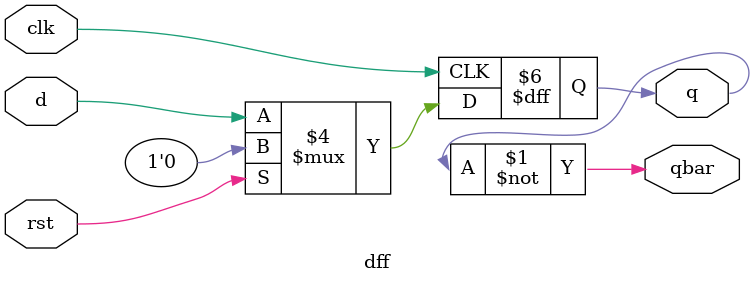
<source format=v>
module dff(d,q,qbar,clk,rst);
input d,clk,rst;
output q,qbar;
reg q;
assign qbar=~q;
always @(posedge clk) begin
    if(rst)
    q<=1'b0;
    else
    begin
        q<=d;
    end
end
endmodule
</source>
